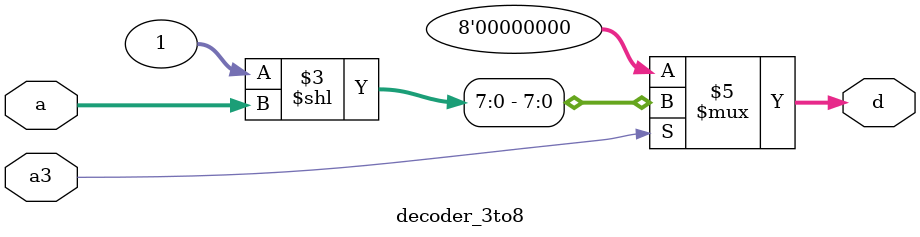
<source format=v>
module decoder_3to8

	(input [2:0] a,
	input a3,
	output reg [7:0] d
	);
	
	always @ (*) begin
		if (a3 == 1)
			d = 1 << a;
		else
			d = 0;
	end
	
endmodule 
</source>
